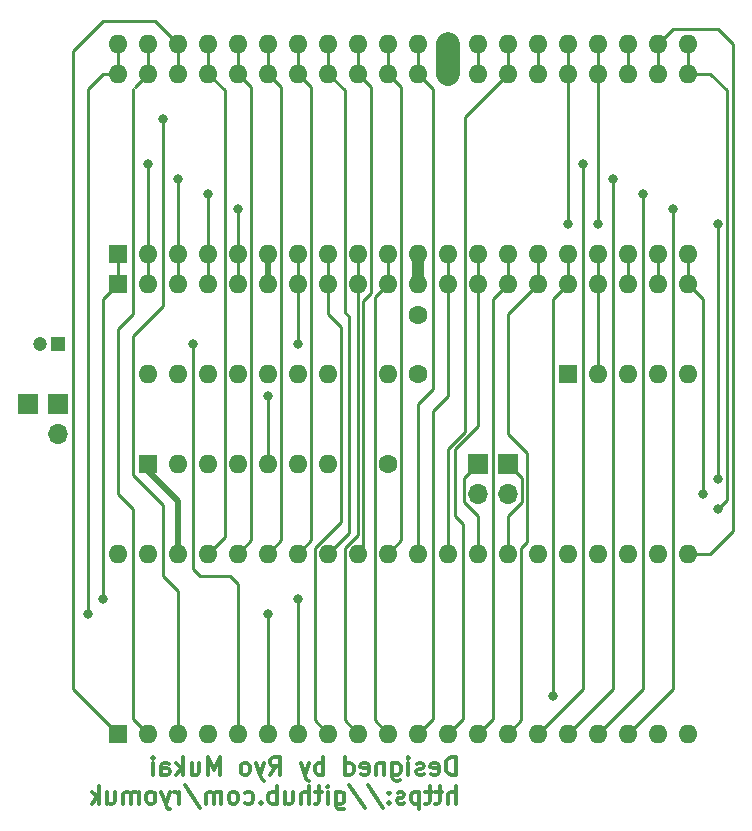
<source format=gbr>
%TF.GenerationSoftware,KiCad,Pcbnew,7.0.2*%
%TF.CreationDate,2023-06-24T18:04:26+09:00*%
%TF.ProjectId,TangNanoZ80MEM,54616e67-4e61-46e6-9f5a-38304d454d2e,rev?*%
%TF.SameCoordinates,Original*%
%TF.FileFunction,Copper,L2,Bot*%
%TF.FilePolarity,Positive*%
%FSLAX46Y46*%
G04 Gerber Fmt 4.6, Leading zero omitted, Abs format (unit mm)*
G04 Created by KiCad (PCBNEW 7.0.2) date 2023-06-24 18:04:26*
%MOMM*%
%LPD*%
G01*
G04 APERTURE LIST*
%ADD10C,0.300000*%
%TA.AperFunction,NonConductor*%
%ADD11C,0.300000*%
%TD*%
%TA.AperFunction,ComponentPad*%
%ADD12R,1.700000X1.700000*%
%TD*%
%TA.AperFunction,ComponentPad*%
%ADD13O,1.700000X1.700000*%
%TD*%
%TA.AperFunction,ComponentPad*%
%ADD14R,1.600000X1.600000*%
%TD*%
%TA.AperFunction,ComponentPad*%
%ADD15O,1.600000X1.600000*%
%TD*%
%TA.AperFunction,ComponentPad*%
%ADD16R,1.200000X1.200000*%
%TD*%
%TA.AperFunction,ComponentPad*%
%ADD17C,1.200000*%
%TD*%
%TA.AperFunction,ComponentPad*%
%ADD18C,1.600000*%
%TD*%
%TA.AperFunction,ViaPad*%
%ADD19C,0.800000*%
%TD*%
%TA.AperFunction,Conductor*%
%ADD20C,0.250000*%
%TD*%
%TA.AperFunction,Conductor*%
%ADD21C,0.500000*%
%TD*%
%TA.AperFunction,Conductor*%
%ADD22C,1.000000*%
%TD*%
%TA.AperFunction,Conductor*%
%ADD23C,2.000000*%
%TD*%
G04 APERTURE END LIST*
D10*
D11*
X41298857Y-69522428D02*
X41298857Y-68022428D01*
X41298857Y-68022428D02*
X40941714Y-68022428D01*
X40941714Y-68022428D02*
X40727428Y-68093857D01*
X40727428Y-68093857D02*
X40584571Y-68236714D01*
X40584571Y-68236714D02*
X40513142Y-68379571D01*
X40513142Y-68379571D02*
X40441714Y-68665285D01*
X40441714Y-68665285D02*
X40441714Y-68879571D01*
X40441714Y-68879571D02*
X40513142Y-69165285D01*
X40513142Y-69165285D02*
X40584571Y-69308142D01*
X40584571Y-69308142D02*
X40727428Y-69451000D01*
X40727428Y-69451000D02*
X40941714Y-69522428D01*
X40941714Y-69522428D02*
X41298857Y-69522428D01*
X39227428Y-69451000D02*
X39370285Y-69522428D01*
X39370285Y-69522428D02*
X39656000Y-69522428D01*
X39656000Y-69522428D02*
X39798857Y-69451000D01*
X39798857Y-69451000D02*
X39870285Y-69308142D01*
X39870285Y-69308142D02*
X39870285Y-68736714D01*
X39870285Y-68736714D02*
X39798857Y-68593857D01*
X39798857Y-68593857D02*
X39656000Y-68522428D01*
X39656000Y-68522428D02*
X39370285Y-68522428D01*
X39370285Y-68522428D02*
X39227428Y-68593857D01*
X39227428Y-68593857D02*
X39156000Y-68736714D01*
X39156000Y-68736714D02*
X39156000Y-68879571D01*
X39156000Y-68879571D02*
X39870285Y-69022428D01*
X38584571Y-69451000D02*
X38441714Y-69522428D01*
X38441714Y-69522428D02*
X38156000Y-69522428D01*
X38156000Y-69522428D02*
X38013143Y-69451000D01*
X38013143Y-69451000D02*
X37941714Y-69308142D01*
X37941714Y-69308142D02*
X37941714Y-69236714D01*
X37941714Y-69236714D02*
X38013143Y-69093857D01*
X38013143Y-69093857D02*
X38156000Y-69022428D01*
X38156000Y-69022428D02*
X38370286Y-69022428D01*
X38370286Y-69022428D02*
X38513143Y-68951000D01*
X38513143Y-68951000D02*
X38584571Y-68808142D01*
X38584571Y-68808142D02*
X38584571Y-68736714D01*
X38584571Y-68736714D02*
X38513143Y-68593857D01*
X38513143Y-68593857D02*
X38370286Y-68522428D01*
X38370286Y-68522428D02*
X38156000Y-68522428D01*
X38156000Y-68522428D02*
X38013143Y-68593857D01*
X37298857Y-69522428D02*
X37298857Y-68522428D01*
X37298857Y-68022428D02*
X37370285Y-68093857D01*
X37370285Y-68093857D02*
X37298857Y-68165285D01*
X37298857Y-68165285D02*
X37227428Y-68093857D01*
X37227428Y-68093857D02*
X37298857Y-68022428D01*
X37298857Y-68022428D02*
X37298857Y-68165285D01*
X35941714Y-68522428D02*
X35941714Y-69736714D01*
X35941714Y-69736714D02*
X36013142Y-69879571D01*
X36013142Y-69879571D02*
X36084571Y-69951000D01*
X36084571Y-69951000D02*
X36227428Y-70022428D01*
X36227428Y-70022428D02*
X36441714Y-70022428D01*
X36441714Y-70022428D02*
X36584571Y-69951000D01*
X35941714Y-69451000D02*
X36084571Y-69522428D01*
X36084571Y-69522428D02*
X36370285Y-69522428D01*
X36370285Y-69522428D02*
X36513142Y-69451000D01*
X36513142Y-69451000D02*
X36584571Y-69379571D01*
X36584571Y-69379571D02*
X36655999Y-69236714D01*
X36655999Y-69236714D02*
X36655999Y-68808142D01*
X36655999Y-68808142D02*
X36584571Y-68665285D01*
X36584571Y-68665285D02*
X36513142Y-68593857D01*
X36513142Y-68593857D02*
X36370285Y-68522428D01*
X36370285Y-68522428D02*
X36084571Y-68522428D01*
X36084571Y-68522428D02*
X35941714Y-68593857D01*
X35227428Y-68522428D02*
X35227428Y-69522428D01*
X35227428Y-68665285D02*
X35155999Y-68593857D01*
X35155999Y-68593857D02*
X35013142Y-68522428D01*
X35013142Y-68522428D02*
X34798856Y-68522428D01*
X34798856Y-68522428D02*
X34655999Y-68593857D01*
X34655999Y-68593857D02*
X34584571Y-68736714D01*
X34584571Y-68736714D02*
X34584571Y-69522428D01*
X33298856Y-69451000D02*
X33441713Y-69522428D01*
X33441713Y-69522428D02*
X33727428Y-69522428D01*
X33727428Y-69522428D02*
X33870285Y-69451000D01*
X33870285Y-69451000D02*
X33941713Y-69308142D01*
X33941713Y-69308142D02*
X33941713Y-68736714D01*
X33941713Y-68736714D02*
X33870285Y-68593857D01*
X33870285Y-68593857D02*
X33727428Y-68522428D01*
X33727428Y-68522428D02*
X33441713Y-68522428D01*
X33441713Y-68522428D02*
X33298856Y-68593857D01*
X33298856Y-68593857D02*
X33227428Y-68736714D01*
X33227428Y-68736714D02*
X33227428Y-68879571D01*
X33227428Y-68879571D02*
X33941713Y-69022428D01*
X31941714Y-69522428D02*
X31941714Y-68022428D01*
X31941714Y-69451000D02*
X32084571Y-69522428D01*
X32084571Y-69522428D02*
X32370285Y-69522428D01*
X32370285Y-69522428D02*
X32513142Y-69451000D01*
X32513142Y-69451000D02*
X32584571Y-69379571D01*
X32584571Y-69379571D02*
X32655999Y-69236714D01*
X32655999Y-69236714D02*
X32655999Y-68808142D01*
X32655999Y-68808142D02*
X32584571Y-68665285D01*
X32584571Y-68665285D02*
X32513142Y-68593857D01*
X32513142Y-68593857D02*
X32370285Y-68522428D01*
X32370285Y-68522428D02*
X32084571Y-68522428D01*
X32084571Y-68522428D02*
X31941714Y-68593857D01*
X30084571Y-69522428D02*
X30084571Y-68022428D01*
X30084571Y-68593857D02*
X29941714Y-68522428D01*
X29941714Y-68522428D02*
X29655999Y-68522428D01*
X29655999Y-68522428D02*
X29513142Y-68593857D01*
X29513142Y-68593857D02*
X29441714Y-68665285D01*
X29441714Y-68665285D02*
X29370285Y-68808142D01*
X29370285Y-68808142D02*
X29370285Y-69236714D01*
X29370285Y-69236714D02*
X29441714Y-69379571D01*
X29441714Y-69379571D02*
X29513142Y-69451000D01*
X29513142Y-69451000D02*
X29655999Y-69522428D01*
X29655999Y-69522428D02*
X29941714Y-69522428D01*
X29941714Y-69522428D02*
X30084571Y-69451000D01*
X28870285Y-68522428D02*
X28513142Y-69522428D01*
X28155999Y-68522428D02*
X28513142Y-69522428D01*
X28513142Y-69522428D02*
X28655999Y-69879571D01*
X28655999Y-69879571D02*
X28727428Y-69951000D01*
X28727428Y-69951000D02*
X28870285Y-70022428D01*
X25584571Y-69522428D02*
X26084571Y-68808142D01*
X26441714Y-69522428D02*
X26441714Y-68022428D01*
X26441714Y-68022428D02*
X25870285Y-68022428D01*
X25870285Y-68022428D02*
X25727428Y-68093857D01*
X25727428Y-68093857D02*
X25655999Y-68165285D01*
X25655999Y-68165285D02*
X25584571Y-68308142D01*
X25584571Y-68308142D02*
X25584571Y-68522428D01*
X25584571Y-68522428D02*
X25655999Y-68665285D01*
X25655999Y-68665285D02*
X25727428Y-68736714D01*
X25727428Y-68736714D02*
X25870285Y-68808142D01*
X25870285Y-68808142D02*
X26441714Y-68808142D01*
X25084571Y-68522428D02*
X24727428Y-69522428D01*
X24370285Y-68522428D02*
X24727428Y-69522428D01*
X24727428Y-69522428D02*
X24870285Y-69879571D01*
X24870285Y-69879571D02*
X24941714Y-69951000D01*
X24941714Y-69951000D02*
X25084571Y-70022428D01*
X23584571Y-69522428D02*
X23727428Y-69451000D01*
X23727428Y-69451000D02*
X23798857Y-69379571D01*
X23798857Y-69379571D02*
X23870285Y-69236714D01*
X23870285Y-69236714D02*
X23870285Y-68808142D01*
X23870285Y-68808142D02*
X23798857Y-68665285D01*
X23798857Y-68665285D02*
X23727428Y-68593857D01*
X23727428Y-68593857D02*
X23584571Y-68522428D01*
X23584571Y-68522428D02*
X23370285Y-68522428D01*
X23370285Y-68522428D02*
X23227428Y-68593857D01*
X23227428Y-68593857D02*
X23156000Y-68665285D01*
X23156000Y-68665285D02*
X23084571Y-68808142D01*
X23084571Y-68808142D02*
X23084571Y-69236714D01*
X23084571Y-69236714D02*
X23156000Y-69379571D01*
X23156000Y-69379571D02*
X23227428Y-69451000D01*
X23227428Y-69451000D02*
X23370285Y-69522428D01*
X23370285Y-69522428D02*
X23584571Y-69522428D01*
X21298857Y-69522428D02*
X21298857Y-68022428D01*
X21298857Y-68022428D02*
X20798857Y-69093857D01*
X20798857Y-69093857D02*
X20298857Y-68022428D01*
X20298857Y-68022428D02*
X20298857Y-69522428D01*
X18941714Y-68522428D02*
X18941714Y-69522428D01*
X19584571Y-68522428D02*
X19584571Y-69308142D01*
X19584571Y-69308142D02*
X19513142Y-69451000D01*
X19513142Y-69451000D02*
X19370285Y-69522428D01*
X19370285Y-69522428D02*
X19155999Y-69522428D01*
X19155999Y-69522428D02*
X19013142Y-69451000D01*
X19013142Y-69451000D02*
X18941714Y-69379571D01*
X18227428Y-69522428D02*
X18227428Y-68022428D01*
X18084571Y-68951000D02*
X17655999Y-69522428D01*
X17655999Y-68522428D02*
X18227428Y-69093857D01*
X16370285Y-69522428D02*
X16370285Y-68736714D01*
X16370285Y-68736714D02*
X16441713Y-68593857D01*
X16441713Y-68593857D02*
X16584570Y-68522428D01*
X16584570Y-68522428D02*
X16870285Y-68522428D01*
X16870285Y-68522428D02*
X17013142Y-68593857D01*
X16370285Y-69451000D02*
X16513142Y-69522428D01*
X16513142Y-69522428D02*
X16870285Y-69522428D01*
X16870285Y-69522428D02*
X17013142Y-69451000D01*
X17013142Y-69451000D02*
X17084570Y-69308142D01*
X17084570Y-69308142D02*
X17084570Y-69165285D01*
X17084570Y-69165285D02*
X17013142Y-69022428D01*
X17013142Y-69022428D02*
X16870285Y-68951000D01*
X16870285Y-68951000D02*
X16513142Y-68951000D01*
X16513142Y-68951000D02*
X16370285Y-68879571D01*
X15655999Y-69522428D02*
X15655999Y-68522428D01*
X15655999Y-68022428D02*
X15727427Y-68093857D01*
X15727427Y-68093857D02*
X15655999Y-68165285D01*
X15655999Y-68165285D02*
X15584570Y-68093857D01*
X15584570Y-68093857D02*
X15655999Y-68022428D01*
X15655999Y-68022428D02*
X15655999Y-68165285D01*
X41298857Y-71952428D02*
X41298857Y-70452428D01*
X40656000Y-71952428D02*
X40656000Y-71166714D01*
X40656000Y-71166714D02*
X40727428Y-71023857D01*
X40727428Y-71023857D02*
X40870285Y-70952428D01*
X40870285Y-70952428D02*
X41084571Y-70952428D01*
X41084571Y-70952428D02*
X41227428Y-71023857D01*
X41227428Y-71023857D02*
X41298857Y-71095285D01*
X40155999Y-70952428D02*
X39584571Y-70952428D01*
X39941714Y-70452428D02*
X39941714Y-71738142D01*
X39941714Y-71738142D02*
X39870285Y-71881000D01*
X39870285Y-71881000D02*
X39727428Y-71952428D01*
X39727428Y-71952428D02*
X39584571Y-71952428D01*
X39298856Y-70952428D02*
X38727428Y-70952428D01*
X39084571Y-70452428D02*
X39084571Y-71738142D01*
X39084571Y-71738142D02*
X39013142Y-71881000D01*
X39013142Y-71881000D02*
X38870285Y-71952428D01*
X38870285Y-71952428D02*
X38727428Y-71952428D01*
X38227428Y-70952428D02*
X38227428Y-72452428D01*
X38227428Y-71023857D02*
X38084571Y-70952428D01*
X38084571Y-70952428D02*
X37798856Y-70952428D01*
X37798856Y-70952428D02*
X37655999Y-71023857D01*
X37655999Y-71023857D02*
X37584571Y-71095285D01*
X37584571Y-71095285D02*
X37513142Y-71238142D01*
X37513142Y-71238142D02*
X37513142Y-71666714D01*
X37513142Y-71666714D02*
X37584571Y-71809571D01*
X37584571Y-71809571D02*
X37655999Y-71881000D01*
X37655999Y-71881000D02*
X37798856Y-71952428D01*
X37798856Y-71952428D02*
X38084571Y-71952428D01*
X38084571Y-71952428D02*
X38227428Y-71881000D01*
X36941713Y-71881000D02*
X36798856Y-71952428D01*
X36798856Y-71952428D02*
X36513142Y-71952428D01*
X36513142Y-71952428D02*
X36370285Y-71881000D01*
X36370285Y-71881000D02*
X36298856Y-71738142D01*
X36298856Y-71738142D02*
X36298856Y-71666714D01*
X36298856Y-71666714D02*
X36370285Y-71523857D01*
X36370285Y-71523857D02*
X36513142Y-71452428D01*
X36513142Y-71452428D02*
X36727428Y-71452428D01*
X36727428Y-71452428D02*
X36870285Y-71381000D01*
X36870285Y-71381000D02*
X36941713Y-71238142D01*
X36941713Y-71238142D02*
X36941713Y-71166714D01*
X36941713Y-71166714D02*
X36870285Y-71023857D01*
X36870285Y-71023857D02*
X36727428Y-70952428D01*
X36727428Y-70952428D02*
X36513142Y-70952428D01*
X36513142Y-70952428D02*
X36370285Y-71023857D01*
X35655999Y-71809571D02*
X35584570Y-71881000D01*
X35584570Y-71881000D02*
X35655999Y-71952428D01*
X35655999Y-71952428D02*
X35727427Y-71881000D01*
X35727427Y-71881000D02*
X35655999Y-71809571D01*
X35655999Y-71809571D02*
X35655999Y-71952428D01*
X35655999Y-71023857D02*
X35584570Y-71095285D01*
X35584570Y-71095285D02*
X35655999Y-71166714D01*
X35655999Y-71166714D02*
X35727427Y-71095285D01*
X35727427Y-71095285D02*
X35655999Y-71023857D01*
X35655999Y-71023857D02*
X35655999Y-71166714D01*
X33870284Y-70381000D02*
X35155998Y-72309571D01*
X32298855Y-70381000D02*
X33584569Y-72309571D01*
X31155998Y-70952428D02*
X31155998Y-72166714D01*
X31155998Y-72166714D02*
X31227426Y-72309571D01*
X31227426Y-72309571D02*
X31298855Y-72381000D01*
X31298855Y-72381000D02*
X31441712Y-72452428D01*
X31441712Y-72452428D02*
X31655998Y-72452428D01*
X31655998Y-72452428D02*
X31798855Y-72381000D01*
X31155998Y-71881000D02*
X31298855Y-71952428D01*
X31298855Y-71952428D02*
X31584569Y-71952428D01*
X31584569Y-71952428D02*
X31727426Y-71881000D01*
X31727426Y-71881000D02*
X31798855Y-71809571D01*
X31798855Y-71809571D02*
X31870283Y-71666714D01*
X31870283Y-71666714D02*
X31870283Y-71238142D01*
X31870283Y-71238142D02*
X31798855Y-71095285D01*
X31798855Y-71095285D02*
X31727426Y-71023857D01*
X31727426Y-71023857D02*
X31584569Y-70952428D01*
X31584569Y-70952428D02*
X31298855Y-70952428D01*
X31298855Y-70952428D02*
X31155998Y-71023857D01*
X30441712Y-71952428D02*
X30441712Y-70952428D01*
X30441712Y-70452428D02*
X30513140Y-70523857D01*
X30513140Y-70523857D02*
X30441712Y-70595285D01*
X30441712Y-70595285D02*
X30370283Y-70523857D01*
X30370283Y-70523857D02*
X30441712Y-70452428D01*
X30441712Y-70452428D02*
X30441712Y-70595285D01*
X29941711Y-70952428D02*
X29370283Y-70952428D01*
X29727426Y-70452428D02*
X29727426Y-71738142D01*
X29727426Y-71738142D02*
X29655997Y-71881000D01*
X29655997Y-71881000D02*
X29513140Y-71952428D01*
X29513140Y-71952428D02*
X29370283Y-71952428D01*
X28870283Y-71952428D02*
X28870283Y-70452428D01*
X28227426Y-71952428D02*
X28227426Y-71166714D01*
X28227426Y-71166714D02*
X28298854Y-71023857D01*
X28298854Y-71023857D02*
X28441711Y-70952428D01*
X28441711Y-70952428D02*
X28655997Y-70952428D01*
X28655997Y-70952428D02*
X28798854Y-71023857D01*
X28798854Y-71023857D02*
X28870283Y-71095285D01*
X26870283Y-70952428D02*
X26870283Y-71952428D01*
X27513140Y-70952428D02*
X27513140Y-71738142D01*
X27513140Y-71738142D02*
X27441711Y-71881000D01*
X27441711Y-71881000D02*
X27298854Y-71952428D01*
X27298854Y-71952428D02*
X27084568Y-71952428D01*
X27084568Y-71952428D02*
X26941711Y-71881000D01*
X26941711Y-71881000D02*
X26870283Y-71809571D01*
X26155997Y-71952428D02*
X26155997Y-70452428D01*
X26155997Y-71023857D02*
X26013140Y-70952428D01*
X26013140Y-70952428D02*
X25727425Y-70952428D01*
X25727425Y-70952428D02*
X25584568Y-71023857D01*
X25584568Y-71023857D02*
X25513140Y-71095285D01*
X25513140Y-71095285D02*
X25441711Y-71238142D01*
X25441711Y-71238142D02*
X25441711Y-71666714D01*
X25441711Y-71666714D02*
X25513140Y-71809571D01*
X25513140Y-71809571D02*
X25584568Y-71881000D01*
X25584568Y-71881000D02*
X25727425Y-71952428D01*
X25727425Y-71952428D02*
X26013140Y-71952428D01*
X26013140Y-71952428D02*
X26155997Y-71881000D01*
X24798854Y-71809571D02*
X24727425Y-71881000D01*
X24727425Y-71881000D02*
X24798854Y-71952428D01*
X24798854Y-71952428D02*
X24870282Y-71881000D01*
X24870282Y-71881000D02*
X24798854Y-71809571D01*
X24798854Y-71809571D02*
X24798854Y-71952428D01*
X23441711Y-71881000D02*
X23584568Y-71952428D01*
X23584568Y-71952428D02*
X23870282Y-71952428D01*
X23870282Y-71952428D02*
X24013139Y-71881000D01*
X24013139Y-71881000D02*
X24084568Y-71809571D01*
X24084568Y-71809571D02*
X24155996Y-71666714D01*
X24155996Y-71666714D02*
X24155996Y-71238142D01*
X24155996Y-71238142D02*
X24084568Y-71095285D01*
X24084568Y-71095285D02*
X24013139Y-71023857D01*
X24013139Y-71023857D02*
X23870282Y-70952428D01*
X23870282Y-70952428D02*
X23584568Y-70952428D01*
X23584568Y-70952428D02*
X23441711Y-71023857D01*
X22584568Y-71952428D02*
X22727425Y-71881000D01*
X22727425Y-71881000D02*
X22798854Y-71809571D01*
X22798854Y-71809571D02*
X22870282Y-71666714D01*
X22870282Y-71666714D02*
X22870282Y-71238142D01*
X22870282Y-71238142D02*
X22798854Y-71095285D01*
X22798854Y-71095285D02*
X22727425Y-71023857D01*
X22727425Y-71023857D02*
X22584568Y-70952428D01*
X22584568Y-70952428D02*
X22370282Y-70952428D01*
X22370282Y-70952428D02*
X22227425Y-71023857D01*
X22227425Y-71023857D02*
X22155997Y-71095285D01*
X22155997Y-71095285D02*
X22084568Y-71238142D01*
X22084568Y-71238142D02*
X22084568Y-71666714D01*
X22084568Y-71666714D02*
X22155997Y-71809571D01*
X22155997Y-71809571D02*
X22227425Y-71881000D01*
X22227425Y-71881000D02*
X22370282Y-71952428D01*
X22370282Y-71952428D02*
X22584568Y-71952428D01*
X21441711Y-71952428D02*
X21441711Y-70952428D01*
X21441711Y-71095285D02*
X21370282Y-71023857D01*
X21370282Y-71023857D02*
X21227425Y-70952428D01*
X21227425Y-70952428D02*
X21013139Y-70952428D01*
X21013139Y-70952428D02*
X20870282Y-71023857D01*
X20870282Y-71023857D02*
X20798854Y-71166714D01*
X20798854Y-71166714D02*
X20798854Y-71952428D01*
X20798854Y-71166714D02*
X20727425Y-71023857D01*
X20727425Y-71023857D02*
X20584568Y-70952428D01*
X20584568Y-70952428D02*
X20370282Y-70952428D01*
X20370282Y-70952428D02*
X20227425Y-71023857D01*
X20227425Y-71023857D02*
X20155996Y-71166714D01*
X20155996Y-71166714D02*
X20155996Y-71952428D01*
X18370282Y-70381000D02*
X19655996Y-72309571D01*
X17870282Y-71952428D02*
X17870282Y-70952428D01*
X17870282Y-71238142D02*
X17798853Y-71095285D01*
X17798853Y-71095285D02*
X17727425Y-71023857D01*
X17727425Y-71023857D02*
X17584567Y-70952428D01*
X17584567Y-70952428D02*
X17441710Y-70952428D01*
X17084568Y-70952428D02*
X16727425Y-71952428D01*
X16370282Y-70952428D02*
X16727425Y-71952428D01*
X16727425Y-71952428D02*
X16870282Y-72309571D01*
X16870282Y-72309571D02*
X16941711Y-72381000D01*
X16941711Y-72381000D02*
X17084568Y-72452428D01*
X15584568Y-71952428D02*
X15727425Y-71881000D01*
X15727425Y-71881000D02*
X15798854Y-71809571D01*
X15798854Y-71809571D02*
X15870282Y-71666714D01*
X15870282Y-71666714D02*
X15870282Y-71238142D01*
X15870282Y-71238142D02*
X15798854Y-71095285D01*
X15798854Y-71095285D02*
X15727425Y-71023857D01*
X15727425Y-71023857D02*
X15584568Y-70952428D01*
X15584568Y-70952428D02*
X15370282Y-70952428D01*
X15370282Y-70952428D02*
X15227425Y-71023857D01*
X15227425Y-71023857D02*
X15155997Y-71095285D01*
X15155997Y-71095285D02*
X15084568Y-71238142D01*
X15084568Y-71238142D02*
X15084568Y-71666714D01*
X15084568Y-71666714D02*
X15155997Y-71809571D01*
X15155997Y-71809571D02*
X15227425Y-71881000D01*
X15227425Y-71881000D02*
X15370282Y-71952428D01*
X15370282Y-71952428D02*
X15584568Y-71952428D01*
X14441711Y-71952428D02*
X14441711Y-70952428D01*
X14441711Y-71095285D02*
X14370282Y-71023857D01*
X14370282Y-71023857D02*
X14227425Y-70952428D01*
X14227425Y-70952428D02*
X14013139Y-70952428D01*
X14013139Y-70952428D02*
X13870282Y-71023857D01*
X13870282Y-71023857D02*
X13798854Y-71166714D01*
X13798854Y-71166714D02*
X13798854Y-71952428D01*
X13798854Y-71166714D02*
X13727425Y-71023857D01*
X13727425Y-71023857D02*
X13584568Y-70952428D01*
X13584568Y-70952428D02*
X13370282Y-70952428D01*
X13370282Y-70952428D02*
X13227425Y-71023857D01*
X13227425Y-71023857D02*
X13155996Y-71166714D01*
X13155996Y-71166714D02*
X13155996Y-71952428D01*
X11798854Y-70952428D02*
X11798854Y-71952428D01*
X12441711Y-70952428D02*
X12441711Y-71738142D01*
X12441711Y-71738142D02*
X12370282Y-71881000D01*
X12370282Y-71881000D02*
X12227425Y-71952428D01*
X12227425Y-71952428D02*
X12013139Y-71952428D01*
X12013139Y-71952428D02*
X11870282Y-71881000D01*
X11870282Y-71881000D02*
X11798854Y-71809571D01*
X11084568Y-71952428D02*
X11084568Y-70452428D01*
X10941711Y-71381000D02*
X10513139Y-71952428D01*
X10513139Y-70952428D02*
X11084568Y-71523857D01*
D12*
%TO.P,DBG_TRG,1,Pin_1*%
%TO.N,DBG_TRG*%
X43180000Y-43180000D03*
D13*
%TO.P,DBG_TRG,2,Pin_2*%
%TO.N,GND*%
X43180000Y-45720000D03*
%TD*%
D12*
%TO.P,LED_RGB,1,Pin_1*%
%TO.N,LED_RGB*%
X45720000Y-43180000D03*
D13*
%TO.P,LED_RGB,2,Pin_2*%
%TO.N,GND*%
X45720000Y-45720000D03*
%TD*%
D12*
%TO.P,VCC,1,Pin_1*%
%TO.N,VCC*%
X7620000Y-38100000D03*
D13*
%TO.P,VCC,2,Pin_2*%
%TO.N,5V_USB*%
X7620000Y-40640000D03*
%TD*%
D14*
%TO.P,J1,1,Pin_1*%
%TO.N,A11*%
X12700000Y-27940000D03*
D15*
%TO.P,J1,2,Pin_2*%
%TO.N,A12*%
X15240000Y-27940000D03*
%TO.P,J1,3,Pin_3*%
%TO.N,A13*%
X17780000Y-27940000D03*
%TO.P,J1,4,Pin_4*%
%TO.N,A14*%
X20320000Y-27940000D03*
%TO.P,J1,5,Pin_5*%
%TO.N,A15*%
X22860000Y-27940000D03*
%TO.P,J1,6,Pin_6*%
%TO.N,CLK*%
X25400000Y-27940000D03*
%TO.P,J1,7,Pin_7*%
%TO.N,D4*%
X27940000Y-27940000D03*
%TO.P,J1,8,Pin_8*%
%TO.N,D3*%
X30480000Y-27940000D03*
%TO.P,J1,9,Pin_9*%
%TO.N,D5*%
X33020000Y-27940000D03*
%TO.P,J1,10,Pin_10*%
%TO.N,D6*%
X35560000Y-27940000D03*
%TO.P,J1,11,Pin_11*%
%TO.N,VCC*%
X38100000Y-27940000D03*
%TO.P,J1,12,Pin_12*%
%TO.N,D2*%
X40640000Y-27940000D03*
%TO.P,J1,13,Pin_13*%
%TO.N,D7*%
X43180000Y-27940000D03*
%TO.P,J1,14,Pin_14*%
%TO.N,D0*%
X45720000Y-27940000D03*
%TO.P,J1,15,Pin_15*%
%TO.N,D1*%
X48260000Y-27940000D03*
%TO.P,J1,16,Pin_16*%
%TO.N,INT_n*%
X50800000Y-27940000D03*
%TO.P,J1,17,Pin_17*%
%TO.N,NMI_n*%
X53340000Y-27940000D03*
%TO.P,J1,18,Pin_18*%
%TO.N,HALT_n*%
X55880000Y-27940000D03*
%TO.P,J1,19,Pin_19*%
%TO.N,MREQ_n*%
X58420000Y-27940000D03*
%TO.P,J1,20,Pin_20*%
%TO.N,IORQ_n*%
X60960000Y-27940000D03*
%TO.P,J1,21,Pin_21*%
%TO.N,RD_n*%
X60960000Y-7620000D03*
%TO.P,J1,22,Pin_22*%
%TO.N,WR_n*%
X58420000Y-7620000D03*
%TO.P,J1,23,Pin_23*%
%TO.N,BUSACK_n*%
X55880000Y-7620000D03*
%TO.P,J1,24,Pin_24*%
%TO.N,WAIT_n*%
X53340000Y-7620000D03*
%TO.P,J1,25,Pin_25*%
%TO.N,BUSREQ_n*%
X50800000Y-7620000D03*
%TO.P,J1,26,Pin_26*%
%TO.N,RESET_n*%
X48260000Y-7620000D03*
%TO.P,J1,27,Pin_27*%
%TO.N,M1_n*%
X45720000Y-7620000D03*
%TO.P,J1,28,Pin_28*%
%TO.N,RFSH_n*%
X43180000Y-7620000D03*
%TO.P,J1,29,Pin_29*%
%TO.N,GND*%
X40640000Y-7620000D03*
%TO.P,J1,30,Pin_30*%
%TO.N,A0*%
X38100000Y-7620000D03*
%TO.P,J1,31,Pin_31*%
%TO.N,A1*%
X35560000Y-7620000D03*
%TO.P,J1,32,Pin_32*%
%TO.N,A2*%
X33020000Y-7620000D03*
%TO.P,J1,33,Pin_33*%
%TO.N,A3*%
X30480000Y-7620000D03*
%TO.P,J1,34,Pin_34*%
%TO.N,A4*%
X27940000Y-7620000D03*
%TO.P,J1,35,Pin_35*%
%TO.N,A5*%
X25400000Y-7620000D03*
%TO.P,J1,36,Pin_36*%
%TO.N,A6*%
X22860000Y-7620000D03*
%TO.P,J1,37,Pin_37*%
%TO.N,A7*%
X20320000Y-7620000D03*
%TO.P,J1,38,Pin_38*%
%TO.N,A8*%
X17780000Y-7620000D03*
%TO.P,J1,39,Pin_39*%
%TO.N,A9*%
X15240000Y-7620000D03*
%TO.P,J1,40,Pin_40*%
%TO.N,A10*%
X12700000Y-7620000D03*
%TD*%
D14*
%TO.P,J2,1,Pin_1*%
%TO.N,A8*%
X12700000Y-66040000D03*
D15*
%TO.P,J2,2,Pin_2*%
%TO.N,A9*%
X15240000Y-66040000D03*
%TO.P,J2,3,Pin_3*%
%TO.N,RESET_n*%
X17780000Y-66040000D03*
%TO.P,J2,4,Pin_4*%
%TO.N,INT_n*%
X20320000Y-66040000D03*
%TO.P,J2,5,Pin_5*%
%TO.N,D4*%
X22860000Y-66040000D03*
%TO.P,J2,6,Pin_6*%
%TO.N,A10*%
X25400000Y-66040000D03*
%TO.P,J2,7,Pin_7*%
%TO.N,A11*%
X27940000Y-66040000D03*
%TO.P,J2,8,Pin_8*%
%TO.N,D3*%
X30480000Y-66040000D03*
%TO.P,J2,9,Pin_9*%
%TO.N,D5*%
X33020000Y-66040000D03*
%TO.P,J2,10,Pin_10*%
%TO.N,D6*%
X35560000Y-66040000D03*
%TO.P,J2,11,Pin_11*%
%TO.N,D2*%
X38100000Y-66040000D03*
%TO.P,J2,12,Pin_12*%
%TO.N,D7*%
X40640000Y-66040000D03*
%TO.P,J2,13,Pin_13*%
%TO.N,D0*%
X43180000Y-66040000D03*
%TO.P,J2,14,Pin_14*%
%TO.N,D1*%
X45720000Y-66040000D03*
%TO.P,J2,15,Pin_15*%
%TO.N,A12*%
X48260000Y-66040000D03*
%TO.P,J2,16,Pin_16*%
%TO.N,A13*%
X50800000Y-66040000D03*
%TO.P,J2,17,Pin_17*%
%TO.N,A14*%
X53340000Y-66040000D03*
%TO.P,J2,18,Pin_18*%
%TO.N,A15*%
X55880000Y-66040000D03*
%TO.P,J2,19,Pin_19*%
%TO.N,unconnected-(J2-Pin_19-Pad19)*%
X58420000Y-66040000D03*
%TO.P,J2,20,Pin_20*%
%TO.N,GND*%
X60960000Y-66040000D03*
%TO.P,J2,21,Pin_21*%
%TO.N,WR_n*%
X60960000Y-50800000D03*
%TO.P,J2,22,Pin_22*%
%TO.N,RD_n*%
X58420000Y-50800000D03*
%TO.P,J2,23,Pin_23*%
%TO.N,IORQ_n*%
X55880000Y-50800000D03*
%TO.P,J2,24,Pin_24*%
%TO.N,MREQ_n*%
X53340000Y-50800000D03*
%TO.P,J2,25,Pin_25*%
%TO.N,unconnected-(J2-Pin_25-Pad25)*%
X50800000Y-50800000D03*
%TO.P,J2,26,Pin_26*%
%TO.N,GND*%
X48260000Y-50800000D03*
%TO.P,J2,27,Pin_27*%
%TO.N,LED_RGB*%
X45720000Y-50800000D03*
%TO.P,J2,28,Pin_28*%
%TO.N,DBG_TRG*%
X43180000Y-50800000D03*
%TO.P,J2,29,Pin_29*%
%TO.N,M1_n*%
X40640000Y-50800000D03*
%TO.P,J2,30,Pin_30*%
%TO.N,A0*%
X38100000Y-50800000D03*
%TO.P,J2,31,Pin_31*%
%TO.N,A1*%
X35560000Y-50800000D03*
%TO.P,J2,32,Pin_32*%
%TO.N,A2*%
X33020000Y-50800000D03*
%TO.P,J2,33,Pin_33*%
%TO.N,A3*%
X30480000Y-50800000D03*
%TO.P,J2,34,Pin_34*%
%TO.N,A4*%
X27940000Y-50800000D03*
%TO.P,J2,35,Pin_35*%
%TO.N,A5*%
X25400000Y-50800000D03*
%TO.P,J2,36,Pin_36*%
%TO.N,A6*%
X22860000Y-50800000D03*
%TO.P,J2,37,Pin_37*%
%TO.N,A7*%
X20320000Y-50800000D03*
%TO.P,J2,38,Pin_38*%
%TO.N,CLK_3V*%
X17780000Y-50800000D03*
%TO.P,J2,39,Pin_39*%
%TO.N,GND*%
X15240000Y-50800000D03*
%TO.P,J2,40,Pin_40*%
%TO.N,5V_USB*%
X12700000Y-50800000D03*
%TD*%
D14*
%TO.P,RN1,1,common*%
%TO.N,VCC*%
X50800000Y-35560000D03*
D15*
%TO.P,RN1,2,R1*%
%TO.N,NMI_n*%
X53340000Y-35560000D03*
%TO.P,RN1,3,R2*%
%TO.N,BUSREQ_n*%
X55880000Y-35560000D03*
%TO.P,RN1,4,R3*%
%TO.N,WAIT_n*%
X58420000Y-35560000D03*
%TO.P,RN1,5,R4*%
%TO.N,unconnected-(RN1-R4-Pad5)*%
X60960000Y-35560000D03*
%TD*%
D14*
%TO.P,U2,1*%
%TO.N,CLK_3V*%
X15240000Y-43180000D03*
D15*
%TO.P,U2,2*%
%TO.N,Net-(U2-Pad2)*%
X17780000Y-43180000D03*
%TO.P,U2,3*%
X20320000Y-43180000D03*
%TO.P,U2,4*%
%TO.N,Net-(R1-Pad1)*%
X22860000Y-43180000D03*
%TO.P,U2,5*%
%TO.N,VCC*%
X25400000Y-43180000D03*
%TO.P,U2,6*%
%TO.N,unconnected-(U2-Pad6)*%
X27940000Y-43180000D03*
%TO.P,U2,7,GND*%
%TO.N,GND*%
X30480000Y-43180000D03*
%TO.P,U2,8*%
%TO.N,unconnected-(U2-Pad8)*%
X30480000Y-35560000D03*
%TO.P,U2,9*%
%TO.N,VCC*%
X27940000Y-35560000D03*
%TO.P,U2,10*%
%TO.N,unconnected-(U2-Pad10)*%
X25400000Y-35560000D03*
%TO.P,U2,11*%
%TO.N,VCC*%
X22860000Y-35560000D03*
%TO.P,U2,12*%
%TO.N,unconnected-(U2-Pad12)*%
X20320000Y-35560000D03*
%TO.P,U2,13*%
%TO.N,VCC*%
X17780000Y-35560000D03*
%TO.P,U2,14,VCC*%
X15240000Y-35560000D03*
%TD*%
D16*
%TO.P,C2,1*%
%TO.N,VCC*%
X7620000Y-33020000D03*
D17*
%TO.P,C2,2*%
%TO.N,GND*%
X6120000Y-33020000D03*
%TD*%
D18*
%TO.P,R1,1*%
%TO.N,Net-(R1-Pad1)*%
X35560000Y-43180000D03*
D15*
%TO.P,R1,2*%
%TO.N,CLK*%
X35560000Y-35560000D03*
%TD*%
D12*
%TO.P,GND,1,Pin_1*%
%TO.N,GND*%
X5080000Y-38100000D03*
%TD*%
D18*
%TO.P,C1,1*%
%TO.N,VCC*%
X38100000Y-30560000D03*
%TO.P,C1,2*%
%TO.N,GND*%
X38100000Y-35560000D03*
%TD*%
D14*
%TO.P,U1,1,A11*%
%TO.N,A11*%
X12700000Y-25400000D03*
D15*
%TO.P,U1,2,A12*%
%TO.N,A12*%
X15240000Y-25400000D03*
%TO.P,U1,3,A13*%
%TO.N,A13*%
X17780000Y-25400000D03*
%TO.P,U1,4,A14*%
%TO.N,A14*%
X20320000Y-25400000D03*
%TO.P,U1,5,A15*%
%TO.N,A15*%
X22860000Y-25400000D03*
%TO.P,U1,6,~{CLK}*%
%TO.N,CLK*%
X25400000Y-25400000D03*
%TO.P,U1,7,D4*%
%TO.N,D4*%
X27940000Y-25400000D03*
%TO.P,U1,8,D3*%
%TO.N,D3*%
X30480000Y-25400000D03*
%TO.P,U1,9,D5*%
%TO.N,D5*%
X33020000Y-25400000D03*
%TO.P,U1,10,D6*%
%TO.N,D6*%
X35560000Y-25400000D03*
%TO.P,U1,11,VCC*%
%TO.N,VCC*%
X38100000Y-25400000D03*
%TO.P,U1,12,D2*%
%TO.N,D2*%
X40640000Y-25400000D03*
%TO.P,U1,13,D7*%
%TO.N,D7*%
X43180000Y-25400000D03*
%TO.P,U1,14,D0*%
%TO.N,D0*%
X45720000Y-25400000D03*
%TO.P,U1,15,D1*%
%TO.N,D1*%
X48260000Y-25400000D03*
%TO.P,U1,16,~{INT}*%
%TO.N,INT_n*%
X50800000Y-25400000D03*
%TO.P,U1,17,~{NMI}*%
%TO.N,NMI_n*%
X53340000Y-25400000D03*
%TO.P,U1,18,~{HALT}*%
%TO.N,HALT_n*%
X55880000Y-25400000D03*
%TO.P,U1,19,~{MREQ}*%
%TO.N,MREQ_n*%
X58420000Y-25400000D03*
%TO.P,U1,20,~{IORQ}*%
%TO.N,IORQ_n*%
X60960000Y-25400000D03*
%TO.P,U1,21,~{RD}*%
%TO.N,RD_n*%
X60960000Y-10160000D03*
%TO.P,U1,22,~{WR}*%
%TO.N,WR_n*%
X58420000Y-10160000D03*
%TO.P,U1,23,~{BUSACK}*%
%TO.N,BUSACK_n*%
X55880000Y-10160000D03*
%TO.P,U1,24,~{WAIT}*%
%TO.N,WAIT_n*%
X53340000Y-10160000D03*
%TO.P,U1,25,~{BUSRQ}*%
%TO.N,BUSREQ_n*%
X50800000Y-10160000D03*
%TO.P,U1,26,~{RESET}*%
%TO.N,RESET_n*%
X48260000Y-10160000D03*
%TO.P,U1,27,~{M1}*%
%TO.N,M1_n*%
X45720000Y-10160000D03*
%TO.P,U1,28,~{RFSH}*%
%TO.N,RFSH_n*%
X43180000Y-10160000D03*
%TO.P,U1,29,GND*%
%TO.N,GND*%
X40640000Y-10160000D03*
%TO.P,U1,30,A0*%
%TO.N,A0*%
X38100000Y-10160000D03*
%TO.P,U1,31,A1*%
%TO.N,A1*%
X35560000Y-10160000D03*
%TO.P,U1,32,A2*%
%TO.N,A2*%
X33020000Y-10160000D03*
%TO.P,U1,33,A3*%
%TO.N,A3*%
X30480000Y-10160000D03*
%TO.P,U1,34,A4*%
%TO.N,A4*%
X27940000Y-10160000D03*
%TO.P,U1,35,A5*%
%TO.N,A5*%
X25400000Y-10160000D03*
%TO.P,U1,36,A6*%
%TO.N,A6*%
X22860000Y-10160000D03*
%TO.P,U1,37,A7*%
%TO.N,A7*%
X20320000Y-10160000D03*
%TO.P,U1,38,A8*%
%TO.N,A8*%
X17780000Y-10160000D03*
%TO.P,U1,39,A9*%
%TO.N,A9*%
X15240000Y-10160000D03*
%TO.P,U1,40,A10*%
%TO.N,A10*%
X12700000Y-10160000D03*
%TD*%
D19*
%TO.N,A10*%
X10160000Y-55880000D03*
X25400000Y-55880000D03*
%TO.N,RESET_n*%
X16510000Y-13970000D03*
%TO.N,INT_n*%
X49530000Y-62865000D03*
%TO.N,D4*%
X27940000Y-33020000D03*
X19050000Y-33020000D03*
%TO.N,A11*%
X11430000Y-54610000D03*
X27940000Y-54610000D03*
%TO.N,A12*%
X15240000Y-17780000D03*
X52070000Y-17780000D03*
%TO.N,A13*%
X54610000Y-19050000D03*
X17780000Y-19050000D03*
%TO.N,A14*%
X20320000Y-20320000D03*
X57150000Y-20320000D03*
%TO.N,A15*%
X59690000Y-21590000D03*
X22860000Y-21590000D03*
%TO.N,MREQ_n*%
X63500000Y-22860000D03*
X63500000Y-44450000D03*
%TO.N,IORQ_n*%
X62230000Y-45720000D03*
%TO.N,RD_n*%
X63500000Y-46990000D03*
%TO.N,VCC*%
X25400000Y-37465000D03*
%TO.N,WAIT_n*%
X53340000Y-22860000D03*
%TO.N,BUSREQ_n*%
X50800000Y-22860000D03*
%TD*%
D20*
%TO.N,A10*%
X11430000Y-10160000D02*
X12700000Y-10160000D01*
X10160000Y-11430000D02*
X11430000Y-10160000D01*
X10160000Y-55880000D02*
X10160000Y-11430000D01*
X25400000Y-66040000D02*
X25400000Y-55880000D01*
D21*
%TO.N,CLK*%
X25400000Y-27940000D02*
X25400000Y-25400000D01*
D22*
%TO.N,VCC*%
X38100000Y-27940000D02*
X38100000Y-25400000D01*
D23*
%TO.N,GND*%
X40640000Y-10160000D02*
X40640000Y-7620000D01*
D20*
%TO.N,A8*%
X8890000Y-62230000D02*
X8890000Y-8255000D01*
X11430000Y-5715000D02*
X15875000Y-5715000D01*
X12700000Y-66040000D02*
X8890000Y-62230000D01*
X15875000Y-5715000D02*
X17780000Y-7620000D01*
X17780000Y-10160000D02*
X17780000Y-7620000D01*
X8890000Y-8255000D02*
X11430000Y-5715000D01*
%TO.N,A9*%
X14115000Y-11285000D02*
X15240000Y-10160000D01*
X12700000Y-31750000D02*
X13970000Y-30480000D01*
X15240000Y-10160000D02*
X15240000Y-7620000D01*
X13970000Y-46990000D02*
X12700000Y-45720000D01*
X13970000Y-30480000D02*
X13970000Y-11430000D01*
X13970000Y-64770000D02*
X13970000Y-46990000D01*
X15240000Y-66040000D02*
X13970000Y-64770000D01*
X12700000Y-45720000D02*
X12700000Y-31750000D01*
%TO.N,RESET_n*%
X17780000Y-66040000D02*
X17780000Y-53975000D01*
X16510000Y-29845000D02*
X16510000Y-13970000D01*
X13970000Y-44160000D02*
X13970000Y-32385000D01*
X13970000Y-32385000D02*
X16510000Y-29845000D01*
X16510000Y-52705000D02*
X16510000Y-46700000D01*
X17780000Y-53975000D02*
X16510000Y-52705000D01*
X16510000Y-46700000D02*
X13970000Y-44160000D01*
X48260000Y-10160000D02*
X48260000Y-7620000D01*
%TO.N,INT_n*%
X50800000Y-27940000D02*
X50800000Y-25400000D01*
X49530000Y-62865000D02*
X49530000Y-29210000D01*
X49530000Y-29210000D02*
X50800000Y-27940000D01*
%TO.N,D4*%
X19685000Y-52705000D02*
X22225000Y-52705000D01*
X22860000Y-53340000D02*
X22860000Y-66040000D01*
X19050000Y-52070000D02*
X19685000Y-52705000D01*
X19050000Y-33020000D02*
X19050000Y-52070000D01*
X27940000Y-33020000D02*
X27940000Y-27940000D01*
X27940000Y-27940000D02*
X27940000Y-25400000D01*
X22225000Y-52705000D02*
X22860000Y-53340000D01*
%TO.N,A10*%
X12700000Y-10160000D02*
X12700000Y-7620000D01*
%TO.N,A11*%
X11430000Y-54610000D02*
X11430000Y-29210000D01*
X27940000Y-54610000D02*
X27940000Y-66040000D01*
X11430000Y-29210000D02*
X12700000Y-27940000D01*
X12700000Y-27940000D02*
X12700000Y-25400000D01*
%TO.N,D3*%
X31605000Y-31605000D02*
X31605000Y-48151000D01*
X29355000Y-50334009D02*
X29355000Y-64915000D01*
X29355000Y-64915000D02*
X30480000Y-66040000D01*
X30480000Y-27940000D02*
X30480000Y-30480000D01*
X30480000Y-27940000D02*
X30480000Y-25400000D01*
X31605000Y-48084009D02*
X29355000Y-50334009D01*
X30480000Y-30480000D02*
X31605000Y-31605000D01*
%TO.N,D5*%
X33020000Y-27940000D02*
X33020000Y-49209009D01*
X31895000Y-50334009D02*
X31895000Y-64915000D01*
X33020000Y-49209009D02*
X31895000Y-50334009D01*
X31895000Y-64915000D02*
X33020000Y-66040000D01*
X33020000Y-27940000D02*
X33020000Y-25400000D01*
%TO.N,D6*%
X34435000Y-29065000D02*
X34435000Y-64915000D01*
X35560000Y-27940000D02*
X35560000Y-25400000D01*
X34435000Y-64915000D02*
X35560000Y-66040000D01*
X35560000Y-27940000D02*
X34435000Y-29065000D01*
%TO.N,D2*%
X40640000Y-27940000D02*
X40640000Y-25400000D01*
X38100000Y-66040000D02*
X39370000Y-64770000D01*
X40640000Y-27940000D02*
X40640000Y-37465000D01*
X39370000Y-38735000D02*
X39370000Y-64770000D01*
X40640000Y-37465000D02*
X39370000Y-38735000D01*
%TO.N,D7*%
X41910000Y-64770000D02*
X40640000Y-66040000D01*
X43180000Y-40005000D02*
X41275000Y-41910000D01*
X41275000Y-41910000D02*
X41275000Y-47625000D01*
X43180000Y-27940000D02*
X43180000Y-40005000D01*
X41910000Y-48260000D02*
X41910000Y-64770000D01*
X41275000Y-47625000D02*
X41910000Y-48260000D01*
X43180000Y-27940000D02*
X43180000Y-25400000D01*
%TO.N,D0*%
X44450000Y-64770000D02*
X44450000Y-29210000D01*
X44450000Y-29210000D02*
X45720000Y-27940000D01*
X43180000Y-66040000D02*
X44450000Y-64770000D01*
X45720000Y-27940000D02*
X45720000Y-25400000D01*
%TO.N,D1*%
X47345000Y-42265000D02*
X47345000Y-49810000D01*
X48260000Y-27940000D02*
X48260000Y-25400000D01*
X47345000Y-49810000D02*
X46845000Y-50310000D01*
X45720000Y-30480000D02*
X45720000Y-40640000D01*
X45720000Y-40640000D02*
X47345000Y-42265000D01*
X48260000Y-27940000D02*
X45720000Y-30480000D01*
X46845000Y-50310000D02*
X46845000Y-64915000D01*
X46845000Y-64915000D02*
X45720000Y-66040000D01*
%TO.N,A12*%
X52070000Y-17780000D02*
X52070000Y-62230000D01*
X15240000Y-27940000D02*
X15240000Y-25400000D01*
X15240000Y-25400000D02*
X15240000Y-17780000D01*
X52070000Y-62230000D02*
X48260000Y-66040000D01*
%TO.N,A13*%
X54610000Y-19050000D02*
X54610000Y-62230000D01*
X54610000Y-62230000D02*
X50800000Y-66040000D01*
X17780000Y-25400000D02*
X17780000Y-19050000D01*
X17780000Y-27940000D02*
X17780000Y-25400000D01*
%TO.N,A14*%
X57150000Y-62230000D02*
X53340000Y-66040000D01*
X57150000Y-20320000D02*
X57150000Y-62230000D01*
X20320000Y-27940000D02*
X20320000Y-25400000D01*
X20320000Y-25400000D02*
X20320000Y-20320000D01*
%TO.N,A15*%
X22860000Y-25400000D02*
X22860000Y-21590000D01*
X59690000Y-62230000D02*
X55880000Y-66040000D01*
X22860000Y-27940000D02*
X22860000Y-25400000D01*
X59690000Y-21590000D02*
X59690000Y-62230000D01*
%TO.N,M1_n*%
X42055000Y-13825000D02*
X42055000Y-40493604D01*
X45720000Y-10160000D02*
X42055000Y-13825000D01*
X42055000Y-40493604D02*
X40640000Y-41908604D01*
X45720000Y-10160000D02*
X45720000Y-7620000D01*
X40640000Y-41908604D02*
X40640000Y-50800000D01*
%TO.N,MREQ_n*%
X63500000Y-22860000D02*
X63500000Y-44450000D01*
X58420000Y-27940000D02*
X58420000Y-25400000D01*
%TO.N,IORQ_n*%
X60960000Y-27940000D02*
X62230000Y-29210000D01*
X60960000Y-27940000D02*
X60960000Y-25400000D01*
X62230000Y-29210000D02*
X62230000Y-45720000D01*
%TO.N,RD_n*%
X60960000Y-10160000D02*
X60960000Y-7620000D01*
X62865000Y-10160000D02*
X64225000Y-11520000D01*
X63500000Y-46990000D02*
X64225000Y-46265000D01*
X64225000Y-46265000D02*
X64225000Y-11520000D01*
X62865000Y-10160000D02*
X60960000Y-10160000D01*
%TO.N,WR_n*%
X63500000Y-6350000D02*
X59690000Y-6350000D01*
X58420000Y-10160000D02*
X58420000Y-7620000D01*
X64770000Y-48895000D02*
X64770000Y-7620000D01*
X64770000Y-7620000D02*
X63500000Y-6350000D01*
X59690000Y-6350000D02*
X58420000Y-7620000D01*
X60960000Y-50800000D02*
X62865000Y-50800000D01*
X62865000Y-50800000D02*
X64770000Y-48895000D01*
%TO.N,A7*%
X21735000Y-49385000D02*
X21735000Y-11575000D01*
X20320000Y-10160000D02*
X20320000Y-7620000D01*
X21735000Y-11575000D02*
X20320000Y-10160000D01*
X20320000Y-50800000D02*
X21735000Y-49385000D01*
%TO.N,A6*%
X23985000Y-49675000D02*
X23985000Y-11285000D01*
X22860000Y-50800000D02*
X23985000Y-49675000D01*
X23985000Y-11285000D02*
X22860000Y-10160000D01*
X22860000Y-10160000D02*
X22860000Y-7620000D01*
%TO.N,A5*%
X25400000Y-50800000D02*
X26525000Y-49675000D01*
X26525000Y-49675000D02*
X26525000Y-11285000D01*
X26525000Y-11285000D02*
X25400000Y-10160000D01*
X25400000Y-10160000D02*
X25400000Y-7620000D01*
%TO.N,A4*%
X29065000Y-49675000D02*
X29065000Y-11285000D01*
X27940000Y-10160000D02*
X27940000Y-7620000D01*
X27940000Y-50800000D02*
X29065000Y-49675000D01*
X29065000Y-11285000D02*
X27940000Y-10160000D01*
%TO.N,DBG_TRG*%
X43180000Y-47625000D02*
X43180000Y-50800000D01*
X43180000Y-43180000D02*
X42005000Y-44355000D01*
X42005000Y-46450000D02*
X43180000Y-47625000D01*
X42005000Y-44355000D02*
X42005000Y-46450000D01*
%TO.N,LED_RGB*%
X46895000Y-44355000D02*
X45720000Y-43180000D01*
X45720000Y-47625000D02*
X46895000Y-46450000D01*
X45720000Y-50800000D02*
X45720000Y-47625000D01*
X46895000Y-46450000D02*
X46895000Y-44355000D01*
%TO.N,A3*%
X32258000Y-30734000D02*
X32258000Y-49022000D01*
X31895000Y-30371000D02*
X32258000Y-30734000D01*
X30480000Y-10160000D02*
X30480000Y-7620000D01*
X30480000Y-10160000D02*
X31895000Y-11575000D01*
X32258000Y-49022000D02*
X30480000Y-50800000D01*
X31895000Y-11575000D02*
X31895000Y-30371000D01*
%TO.N,A2*%
X34145000Y-11285000D02*
X34145000Y-28718604D01*
X33020000Y-10160000D02*
X33020000Y-7620000D01*
X33470000Y-50350000D02*
X33020000Y-50800000D01*
X33470000Y-29393604D02*
X33470000Y-50350000D01*
X34145000Y-28718604D02*
X33470000Y-29393604D01*
X33020000Y-10160000D02*
X34145000Y-11285000D01*
%TO.N,A1*%
X36685000Y-11285000D02*
X36685000Y-49675000D01*
X35560000Y-10160000D02*
X36685000Y-11285000D01*
X36685000Y-49675000D02*
X35560000Y-50800000D01*
X35560000Y-10160000D02*
X35560000Y-7620000D01*
%TO.N,A0*%
X39370000Y-36830000D02*
X39370000Y-11430000D01*
X38100000Y-10160000D02*
X38100000Y-7620000D01*
X38100000Y-50800000D02*
X38100000Y-38100000D01*
X38100000Y-38100000D02*
X39370000Y-36830000D01*
X39370000Y-11430000D02*
X38100000Y-10160000D01*
D21*
%TO.N,CLK_3V*%
X15240000Y-43815000D02*
X15240000Y-43180000D01*
X17780000Y-46355000D02*
X15240000Y-43815000D01*
X17780000Y-50800000D02*
X17780000Y-46355000D01*
D20*
%TO.N,NMI_n*%
X53340000Y-27940000D02*
X53340000Y-25400000D01*
X53340000Y-35560000D02*
X53340000Y-27940000D01*
%TO.N,HALT_n*%
X55880000Y-27940000D02*
X55880000Y-25400000D01*
%TO.N,VCC*%
X25400000Y-43180000D02*
X25400000Y-37465000D01*
%TO.N,WAIT_n*%
X53340000Y-10160000D02*
X53340000Y-7620000D01*
X53340000Y-22860000D02*
X53340000Y-10160000D01*
%TO.N,RFSH_n*%
X43180000Y-10160000D02*
X43180000Y-7620000D01*
%TO.N,BUSACK_n*%
X55880000Y-10160000D02*
X55880000Y-7620000D01*
%TO.N,BUSREQ_n*%
X50800000Y-22860000D02*
X50800000Y-10160000D01*
X50800000Y-10160000D02*
X50800000Y-7620000D01*
%TD*%
M02*

</source>
